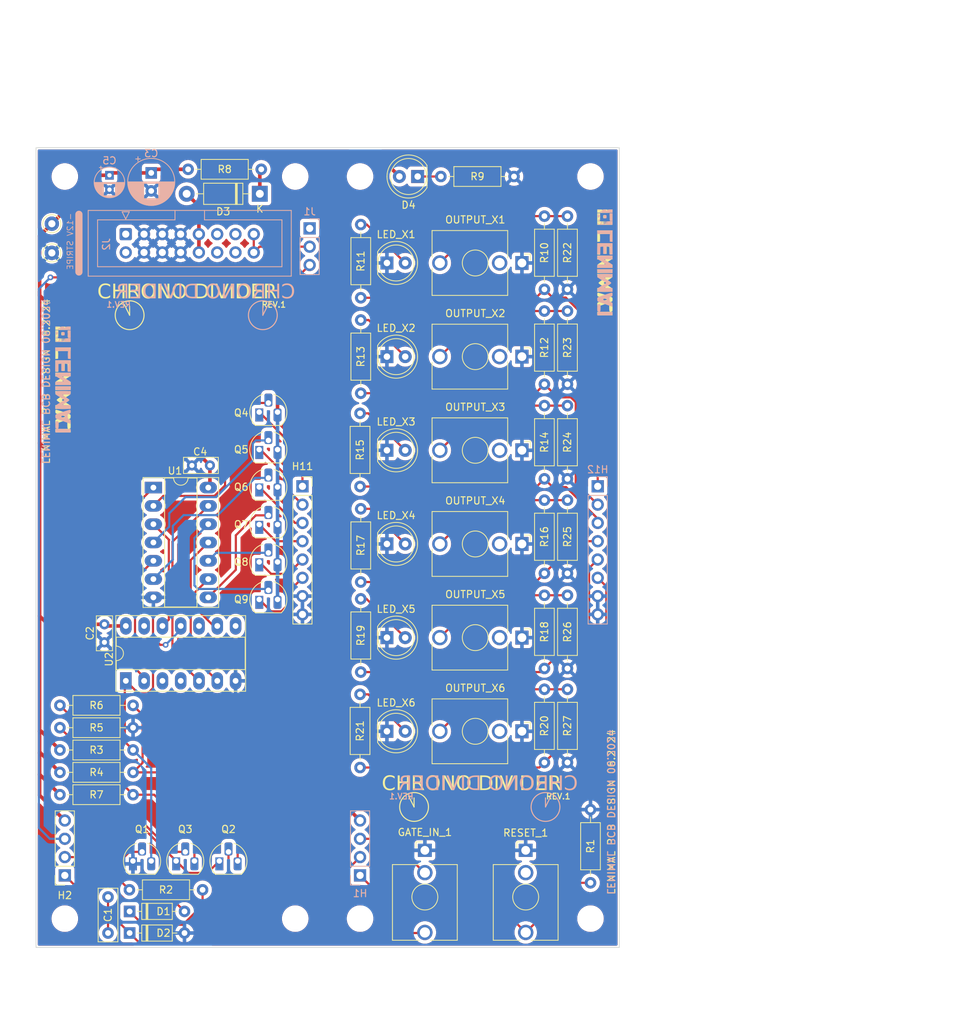
<source format=kicad_pcb>
(kicad_pcb (version 20240108) (generator "pcbnew") (generator_version "8.0")
  (layers (0 "F.Cu" signal) (31 "B.Cu" signal) (34 "B.Paste" user) (35 "F.Paste" user) (36 "B.SilkS" user "B.Silkscreen") (37 "F.SilkS" user "F.Silkscreen") (38 "B.Mask" user) (39 "F.Mask" user) (44 "Edge.Cuts" user))
  (net 0 "")
  (net 1 "+12V")
  (net 2 "GNDREF")
  (net 3 "Net-(D1-A)")
  (net 4 "Net-(D1-K)")
  (net 5 "Net-(D2-K)")
  (net 6 "Net-(D3-K)")
  (net 7 "Net-(D3-A)")
  (net 8 "Net-(Q1-C)")
  (net 9 "Net-(Q1-B)")
  (net 10 "Net-(Q2-C)")
  (net 11 "Net-(Q2-E)")
  (net 12 "Net-(Q3-B)")
  (net 13 "Net-(Q3-C)")
  (net 14 "Net-(H1A-Pin_1)")
  (net 15 "Net-(Q4-B)")
  (net 16 "Net-(D4-K)")
  (net 17 "Net-(Q5-B)")
  (net 18 "Net-(Q6-B)")
  (net 19 "Net-(H1C-Pin_3)")
  (net 20 "Net-(Q7-B)")
  (net 21 "Net-(Q8-B)")
  (net 22 "Net-(H2C-Pin_3)")
  (net 23 "Net-(Q9-B)")
  (net 24 "Net-(H1B-Pin_2)")
  (net 25 "Net-(H2A-Pin_1)")
  (net 26 "Net-(H11F-Pin_6)")
  (net 27 "Net-(H11B-Pin_2)")
  (net 29 "Net-(J1-Pin_2)")
  (net 36 "Net-(U2-Q3)")
  (net 37 "Net-(U2-Q4)")
  (net 38 "Net-(U2-Q0)")
  (net 39 "Net-(U2-Q2)")
  (net 40 "Net-(U2-Q1)")
  (net 43 "Net-(H11E-Pin_5)")
  (net 44 "Net-(H11C-Pin_3)")
  (net 45 "Net-(H11D-Pin_4)")
  (net 46 "Net-(H11A-Pin_3)")
  (net 47 "Net-(H12A-Pin_1)")
  (net 48 "Net-(H12E-Pin_5)")
  (net 49 "Net-(H12F-Pin_6)")
  (net 50 "Net-(H12B-Pin_2)")
  (net 51 "Net-(H12D-Pin_4)")
  (net 52 "Net-(H12C-Pin_3)")
  (net 53 "Net-(OUTPUT_X1-PadT)")
  (net 55 "Net-(OUTPUT_X2-PadT)")
  (net 57 "Net-(OUTPUT_X4-PadT)")
  (net 59 "Net-(LED_X3-A)")
  (net 60 "Net-(LED_X5-A)")
  (net 61 "Net-(LED_X6-A)")
  (net 62 "Net-(OUTPUT_X3-PadT)")
  (net 66 "Net-(LED_X1-A)")
  (net 67 "Net-(LED_X2-A)")
  (net 68 "Net-(LED_X4-A)")
  (net 69 "Net-(OUTPUT_X5-PadT)")
  (net 71 "Net-(OUTPUT_X6-PadT)")
  (footprint "MountingHole:MountingHole_3.2mm_M3" (layer "F.Cu") (at 54 54)
    (property "Reference" "H9" (hide yes))
    (property "Value" "MountingHole")
  )
  (footprint "Synth:R_Default (DIN0207)" (layer "F.Cu") (at 123.8 109.05 90)
    (property "Reference" "R25")
    (property "Value" "2.2K")
  )
  (footprint "MountingHole:MountingHole_3.2mm_M3" (layer "F.Cu") (at 95 54)
    (property "Reference" "H3" (hide yes))
    (property "Value" "MountingHole")
  )
  (footprint "Synth:R_Default (DIN0207)" (layer "F.Cu") (at 95.1 70.8 90)
    (property "Reference" "R11")
    (property "Value" "470R")
  )
  (footprint "Synth:LED_D5.0mm (center Aligned)" (layer "F.Cu") (at 100 92)
    (property "Reference" "LED_X3")
    (property "Value" "LED")
  )
  (footprint "Synth:Jack_3.5mm_QingPu_WQP-PJ398SM_Vertical_CircularHoles" (layer "F.Cu") (at 111 66 -90)
    (property "Reference" "OUTPUT_X1")
    (property "Value" "X1_OUPUT")
  )
  (footprint "Synth:Jack_3.5mm_QingPu_WQP-PJ398SM_Vertical_CircularHoles" (layer "F.Cu") (at 111 131 -90)
    (property "Reference" "OUTPUT_X6")
    (property "Value" "X32_OUTPUT")
  )
  (footprint "Synth:R_Default (DIN0207)" (layer "F.Cu") (at 120.6 95.93 90)
    (property "Reference" "R14")
    (property "Value" "1K")
  )
  (footprint "Package_TO_SOT_THT:TO-92_HandSolder" (layer "F.Cu") (at 81 112.7)
    (property "Reference" "Q9")
    (property "Value" "2N3904")
  )
  (footprint "Synth:Jack_3.5mm_QingPu_WQP-PJ398SM_Vertical_CircularHoles" (layer "F.Cu") (at 111 118 -90)
    (property "Reference" "OUTPUT_X5")
    (property "Value" "X16_OUTPUT")
  )
  (footprint "Synth:R_Default (DIN0207)" (layer "F.Cu") (at 123.8 69.63 90)
    (property "Reference" "R22")
    (property "Value" "2.2K")
  )
  (footprint "Package_DIP:DIP-14_W7.62mm_Socket_LongPads" (layer "F.Cu") (at 62.475 124 90)
    (property "Reference" "U2")
    (property "Value" "4024")
  )
  (footprint "Package_TO_SOT_THT:TO-92_HandSolder" (layer "F.Cu") (at 63.46 149)
    (property "Reference" "Q1")
    (property "Value" "2N3904")
  )
  (footprint "Synth:R_Default (DIN0207)" (layer "F.Cu") (at 53.35 139.8)
    (property "Reference" "R7")
    (property "Value" "1K")
  )
  (footprint "Synth:C_RECT_WIMA_0.1uF" (layer "F.Cu") (at 60 159 90)
    (property "Reference" "C1")
    (property "Value" "10nF")
  )
  (footprint "Package_TO_SOT_THT:TO-92_HandSolder" (layer "F.Cu") (at 81 91.9)
    (property "Reference" "Q5")
    (property "Value" "2N3904")
  )
  (footprint "Package_TO_SOT_THT:TO-92_HandSolder" (layer "F.Cu") (at 81 86.7)
    (property "Reference" "Q4")
    (property "Value" "2N3904")
  )
  (footprint "Package_TO_SOT_THT:TO-92_HandSolder" (layer "F.Cu") (at 81 102.3)
    (property "Reference" "Q7")
    (property "Value" "2N3904")
  )
  (footprint "Synth:Jack_3.5mm_QingPu_WQP-PJ398SM_Vertical_CircularHoles" (layer "F.Cu") (at 104 154)
    (property "Reference" "GATE_IN_1")
    (property "Value" "GATE_IN")
  )
  (footprint "Synth:R_Default (DIN0207)" (layer "F.Cu") (at 127 152 90)
    (property "Reference" "R1")
    (property "Value" "100R")
  )
  (footprint "Synth:PinSocket_1x04_P2.54mm_Vertical" (layer "F.Cu") (at 54 151 180)
    (property "Reference" "H2")
    (property "Value" "H6")
  )
  (footprint "Synth:R_Default (DIN0207)" (layer "F.Cu") (at 95.1 110.25 90)
    (property "Reference" "R17")
    (property "Value" "470R")
  )
  (footprint "Synth:D_DO-35_SOD27_P7.62mm_Horizontal" (layer "F.Cu") (at 63 159)
    (property "Reference" "D2")
    (property "Value" "1N4148")
  )
  (footprint "Synth:lenimal_logo_full" (layer "F.Cu") (at 129 66 -90)
    (property "Reference" "G***" (hide yes))
    (property "Value" "LOGO" (hide yes))
  )
  (footprint "MountingHole:MountingHole_3.2mm_M3" (layer "F.Cu") (at 95 157)
    (property "Reference" "H8" (hide yes))
    (property "Value" "MountingHole")
  )
  (footprint "Synth:Jack_3.5mm_QingPu_WQP-PJ398SM_Vertical_CircularHoles" (layer "F.Cu") (at 111 105 -90)
    (property "Reference" "OUTPUT_X4")
    (property "Value" "X8_OUTPUT")
  )
  (footprint "Synth:LED_D5.0mm (center Aligned)" (layer "F.Cu") (at 100 66)
    (property "Reference" "LED_X1")
    (property "Value" "LED")
  )
  (footprint "Connector_Pin:Pin_D1.0mm_L10.0mm" (layer "F.Cu") (at 52.2 60.55)
    (property "Reference" "TP1" (hide yes))
    (property "Value" "+12V")
  )
  (footprint "Package_DIP:DIP-14_W7.62mm_Socket_LongPads" (layer "F.Cu") (at 66.3 97.175)
    (property "Reference" "U1")
    (property "Value" "4069")
  )
  (footprint "Synth:R_Default (DIN0207)" (layer "F.Cu") (at 95 97 90)
    (property "Reference" "R15")
    (property "Value" "470R")
  )
  (footprint "Synth:R_Default (DIN0207)" (layer "F.Cu") (at 95.1 122.75 90)
    (property "Reference" "R19")
    (property "Value" "470R")
  )
  (footprint "Synth:LED_D5.0mm (center Aligned)" (layer "F.Cu") (at 100 79)
    (property "Reference" "LED_X2")
    (property "Value" "LED")
  )
  (footprint "Synth:R_Default (DIN0207)" (layer "F.Cu") (at 120.6 69.63 90)
    (property "Reference" "R10")
    (property "Value" "1K")
  )
  (footprint "Synth:R_Default (DIN0207)" (layer "F.Cu") (at 120.6 109.05 90)
    (property "Reference" "R16")
    (property "Value" "1K")
  )
  (footprint "Synth:R_Default (DIN0207)" (layer "F.Cu") (at 81.25 53 180)
    (property "Reference" "R8")
    (property "Value" "10R")
  )
  (footprint "Synth:LED_D5.0mm (center Aligned)" (layer "F.Cu") (at 101.73 54 180)
    (property "Reference" "D4")
    (property "Value" "LED")
  )
  (footprint "Synth:Jack_3.5mm_QingPu_WQP-PJ398SM_Vertical_CircularHoles" (layer "F.Cu") (at 111 92 -90)
    (property "Reference" "OUTPUT_X3")
    (property "Value" "X4_OUTPUT")
  )
  (footprint "Diode_THT:D_DO-41_SOD81_P10.16mm_Horizontal" (layer "F.Cu") (at 81.08 56.4 180)
    (property "Reference" "D3")
    (property "Value" "1N5819")
  )
  (footprint "MountingHole:MountingHole_3.2mm_M3" (layer "F.Cu") (at 86 54)
    (property "Reference" "H4" (hide yes))
    (property "Value" "MountingHole")
  )
  (footprint "Synth:R_Default (DIN0207)" (layer "F.Cu") (at 53.35 127.4)
    (property "Reference" "R6")
    (property "Value" "10K")
  )
  (footprint "Synth:R_Default (DIN0207)" (layer "F.Cu") (at 123.8 135.3 90)
    (property "Reference" "R27")
    (property "Value" "2.2K")
  )
  (footprint "Synth:R_Default (DIN0207)" (layer "F.Cu") (at 63 153)
    (property "Reference" "R2")
    (property "Value" "47K")
  )
  (footprint "Capacitor_THT:C_Rect_L4.6mm_W2.0mm_P2.50mm_MKS02_FKP02" (layer "F.Cu") (at 59.5 116.15 -90)
    (property "Reference" "C2")
    (property "Value" "0.1uF")
  )
  (footprint "Synth:LED_D5.0mm (center Aligned)" (layer "F.Cu") (at 100 118)
    (property "Reference" "LED_X5")
    (property "Value" "LED")
  )
  (footprint "Synth:R_Default (DIN0207)" (layer "F.Cu") (at 53.35 136.7)
    (property "Reference" "R4")
    (property "Value" "2.2K")
  )
  (footprint "Synth:R_Default (DIN0207)" (layer "F.Cu") (at 95.1 84.05 90)
    (property "Reference" "R13")
    (property "Value" "470R")
  )
  (footprint "Package_TO_SOT_THT:TO-92_HandSolder" (layer "F.Cu") (at 75.46 149)
    (property "Reference" "Q2")
    (property "Value" "2N3904")
  )
  (footprint "Capacitor_THT:C_Rect_L4.6mm_W2.0mm_P2.50mm_MKS02_FKP02" (layer "F.Cu") (at 74.15 94.1 180)
    (property "Reference" "C4")
    (property "Value" "0.1uF")
  )
  (footprint "MountingHole:MountingHole_3.2mm_M3" (layer "F.Cu") (at 86 157)
    (property "Reference" "H7" (hide yes))
    (property "Value" "MountingHole")
  )
  (footprint "Synth:LED_D5.0mm (center Aligned)" (layer "F.Cu") (at 100 105)
    (property "Reference" "LED_X4")
    (property "Value" "LED")
  )
  (footprint "Synth:Jack_3.5mm_QingPu_WQP-PJ398SM_Vertical_CircularHoles" (layer "F.Cu") (at 118 154)
    (property "Reference" "RESET_1")
    (property "Value" "RESET")
  )
  (footprint "Synth:PinSocket_1x08_P2.54mm_Vertical" (layer "F.Cu") (at 87 97)
    (property "Reference" "H11")
    (property "Value" "H4")
  )
  (footprint "Synth:R_Default (DIN0207)" (layer "F.Cu") (at 53.35 130.5)
    (property "Reference" "R5")
    (property "Value" "100R")
  )
  (footprint "Package_TO_SOT_THT:TO-92_HandSolder" (layer "F.Cu") (at 81 97.1)
    (property "Reference" "Q6")
    (property "Value" "2N3904")
  )
  (footprint "Synth:R_Default (DIN0207)" (layer "F.Cu") (at 53.35 133.6)
    (property "Reference" "R3")
    (property "Value" "10K")
  )
  (footprint "MountingHole:MountingHole_3.2mm_M3" (layer "F.Cu") (at 127 157)
    (property "Reference" "H6" (hide yes))
    (property "Value" "MountingHole")
  )
  (footprint "MountingHole:MountingHole_3.2mm_M3" (layer "F.Cu") (at 54 157)
    (property "Reference" "H5" (hide yes))
    (property "Value" "MountingHole")
  )
  (footprint "Synth:D_DO-35_SOD27_P7.62mm_Horizontal" (layer "F.Cu") (at 63 156)
    (property "Reference" "D1")
    (property "Value" "1N4148")
  )
  (footprint "Synth:R_Default (DIN0207)" (layer "F.Cu") (at 120.6 122.25 90)
    (property "Reference" "R18")
    (property "Value" "1K")
  )
  (footprint "Package_TO_SOT_THT:TO-92_HandSolder" (layer "F.Cu") (at 69.46 149)
    (property "Reference" "Q3")
    (property "Value" "2N3904")
  )
  (footprint "Package_TO_SOT_THT:TO-92_HandSolder" (layer "F.Cu") (at 81 107.5)
    (property "Reference" "Q8")
    (property "Value" "2N3904")
  )
  (footprint "Synth:R_Default (DIN0207)" (layer "F.Cu") (at 120.6 135.3 90)
    (property "Reference" "R20")
    (property "Value" "1K")
  )
  (footprint "Synth:R_Default (DIN0207)" (layer "F.Cu") (at 123.8 95.93 90)
    (property "Reference" "R24")
    (property "Value" "2.2K")
  )
  (footprint "Synth:R_Default (DIN0207)" (layer "F.Cu") (at 116.35 54 180)
    (property "Reference" "R9")
    (property "Value" "470R")
  )
  (footprint "Synth:lenimal_logo_full" (layer "F.Cu") (at 53.75 82.25 -90)
    (property "Reference" "G***" (hide yes))
    (property "Value" "LOGO" (hide yes))
  )
  (footprint "MountingHole:MountingHole_3.2mm_M3" (layer "F.Cu") (at 127 54)
    (property "Reference" "H10" (hide yes))
    (property "Value" "MountingHole")
  )
  (footprint "Synth:R_Default (DIN0207)" (layer "F.Cu") (at 120.6 82.8 90)
    (property "Reference" "R12")
    (property "Value" "1K")
  )
  (footprint "Connector_Pin:Pin_D1.0mm_L10.0mm" (layer "F.Cu") (at 52.2 64.6)
    (property "Reference" "TP2" (hide yes))
    (property "Value" "GND")
  )
  (footprint "Synth:R_Default (DIN0207)" (layer "F.Cu") (at 123.8 122.25 90)
    (property "Reference" "R26")
    (property "Value" "2.2K")
  )
  (footprint "Synth:LED_D5.0mm (center Aligned)" (layer "F.Cu") (at 100 131)
    (property "Reference" "LED_X6")
    (property "Value" "LED")
  )
  (footprint "Synth:R_Default (DIN0207)" (layer "F.Cu") (at 123.8 82.8 90)
    (property "Reference" "R23")
    (property "Value" "2.2K")
  )
  (footprint "Synth:Jack_3.5mm_QingPu_WQP-PJ398SM_Vertical_CircularHoles" (layer "F.Cu") (at 111 79 -90)
    (property "Reference" "OUTPUT_X2")
    (property "Value" "X2_OUTPUT")
  )
  (footprint "Synth:R_Default (DIN0207)" (layer "F.Cu") (at 95 136 90)
    (property "Reference" "R21")
    (property "Value" "470R")
  )
  (footprint "Synth:PinHeader_1x08_P2.54mm_Vertical" (layer "B.Cu") (at 128 97 180)
    (property "Reference" "H12")
    (property "Value" "H2")
  )
  (footprint "Synth:lenimal_logo_full" (layer "B.Cu") (at 53.75 82.25 -90)
    (property "Reference" "G***" (hide yes))
    (property "Value" "LOGO" (hide yes))
  )
  (footprint "Synth:PinHeader_1x04_P2.54mm_Vertical" (layer "B.Cu") (at 95 151)
    (property "Reference" "H1")
    (property "Value" "H5")
  )
  (footprint "Synth:lenimal_logo_full" (layer "B.Cu") (at 129 66 -90)
    (property "Reference" "G***" (hide yes))
    (property "Value" "LOGO" (hide yes))
  )
  (footprint "Capacitor_THT:CP_Radial_D4.0mm_P2.00mm" (layer "B.Cu") (at 60.2 53.827401 -90)
    (property "Reference" "C5")
    (property "Value" "0.1uF")
  )
  (footprint "Capacitor_THT:CP_Radial_D6.3mm_P2.50mm" (layer "B.Cu") (at 66 53.5 -90)
    (property "Reference" "C3")
    (property "Value" "47uF")
  )
  (footprint "Connector_PinHeader_2.54mm:PinHeader_1x03_P2.54mm_Vertical" (layer "B.Cu") (at 88 61.2 180)
    (property "Reference" "J1")
    (property "Value" "Conn_01x03_Pin")
  )
  (footprint "Synth:IDC-Header_2x08_P2.54mm_Vertical" (layer "B.Cu") (at 62.46 62 -90)
    (property "Reference" "J2")
    (property "Value" "PWR")
  )
  (gr_line (start 120.75 140.25) (end 120.75 141.5) (stroke (width 0.15)) (layer "B.SilkS"))
  (gr_line (start 121.5 140) (end 120.75 141.5) (stroke (width 0.15)) (layer "B.SilkS"))
  (gr_circle (center 81.5 73.25) (end 79.5 73.25) (stroke (width 0.15)) (fill none) (layer "B.SilkS"))
  (gr_line (start 82.25 71.75) (end 81.5 73.25) (stroke (width 0.15)) (layer "B.SilkS"))
  (gr_circle (center 120.75 141.5) (end 118.75 141.5) (stroke (width 0.15)) (fill none) (layer "B.SilkS"))
  (gr_line (start 81.5 72) (end 81.5 73.25) (stroke (width 0.15)) (layer "B.SilkS"))
  (gr_line (start 63 73.25) (end 62.25 71.75) (stroke (width 0.15)) (layer "F.SilkS"))
  (gr_line (start 102.5 141.5) (end 101.75 140) (stroke (width 0.15)) (layer "F.SilkS"))
  (gr_line (start 63 73.25) (end 63 72) (stroke (width 0.15)) (layer "F.SilkS"))
  (gr_line (start 102.5 141.5) (end 102.5 140.25) (stroke (width 0.15)) (layer "F.SilkS"))
  (gr_circle (center 63 73.25) (end 65 73.25) (stroke (width 0.15)) (fill none) (layer "F.SilkS"))
  (gr_circle (center 102.5 141.5) (end 104.5 141.5) (stroke (width 0.15)) (fill none) (layer "F.SilkS"))
  (gr_rect (start 50 50) (end 131 161) (stroke (width 0.1)) (fill none) (layer "Edge.Cuts"))
  (gr_text "CHRONO DIVIDER" (at 86 71.25 -0) (layer "B.SilkS") (effects (font (size 2 2)) (justify left bottom mirror)))
  (gr_text "LENIMAL PCB DESIGN 06.2024" (at 129.25 153.75 -90) (layer "B.SilkS") (effects (font (size 1 1)) (justify left bottom mirror)))
  (gr_text "REV.1" (at 102.5 140.5 -0) (layer "B.SilkS") (effects (font (size 0.8 0.8)) (justify left bottom mirror)))
  (gr_text "REV.1" (at 63.25 72.25 -0) (layer "B.SilkS") (effects (font (size 0.8 0.8)) (justify left bottom mirror)))
  (gr_text "CHRONO DIVIDER" (at 125.25 139.5 -0) (layer "B.SilkS") (effects (font (size 2 2)) (justify left bottom mirror)))
  (gr_text "LENIMAL PCB DESIGN 06.2024" (at 50.75 94 -90) (layer "B.SilkS") (effects (font (size 1 1)) (justify left bottom mirror)))
  (gr_text "REV.1" (at 120.75 140.5 0) (layer "F.SilkS") (effects (font (size 0.8 0.8)) (justify left bottom)))
  (gr_text "LENIMAL PCB DESIGN 06.2024" (at 130.5 153.75 90) (layer "F.SilkS") (effects (font (size 1 1)) (justify left bottom)))
  (gr_text "CHRONO DIVIDER" (at 58.5 71.25 0) (layer "F.SilkS") (effects (font (size 2 2)) (justify left bottom)))
  (gr_text "LENIMAL PCB DESIGN 06.2024" (at 52 94 90) (layer "F.SilkS") (effects (font (size 1 1)) (justify left bottom)))
  (gr_text "REV.1" (at 81.25 72.25 0) (layer "F.SilkS") (effects (font (size 0.8 0.8)) (justify left bottom)))
  (gr_text "CHRONO DIVIDER" (at 98 139.5 0) (layer "F.SilkS") (effects (font (size 2 2)) (justify left bottom)))
  (segment (start 50.52 137) (end 50.5 137) (width 0.5) (layer "F.Cu") (net 1))
  (segment (start 50.5 70.5) (end 50.5 70) (width 0.5) (layer "F.Cu") (net 1))
  (segment (start 53.32 133.6) (end 50.72 131) (width 0.5) (layer "F.Cu") (net 1))
  (segment (start 52 72) (end 50.5 70.5) (width 0.5) (layer "F.Cu") (net 1))
  (segment (start 71.12 53) (end 66.5 53) (width 0.5) (layer "F.Cu") (net 1))
  (segment (start 72.05 92) (end 51.5 92) (width 0.5) (layer "F.Cu") (net 1))
  (segment (start 83.54 75.54) (end 80 72) (width 0.5) (layer "F.Cu") (net 1))
  (segment (start 74.15 94.1) (end 74.15 96.945) (width 0.5) (layer "F.Cu") (net 1))
  (segment (start 50.5 70) (end 50.5 62.25) (width 0.5) (layer "F.Cu") (net 1))
  (segment (start 92 140.38) (end 95 143.38) (width 0.5) (layer "F.Cu") (net 1))
  (segment (start 54 143.38) (end 50.5 139.88) (width 0.5) (layer "F.Cu") (net 1))
  (segment (start 50.72 131) (end 50.5 131) (width 0.5) (layer "F.Cu") (net 1))
  (segment (start 74.15 96.945) (end 73.92 97.175) (width 0.5) (layer "F.Cu") (net 1))
  (segment (start 83.54 86.7) (end 83.54 75.54) (width 0.5) (layer "F.Cu") (net 1))
  (segment (start 97.46 51) (end 94 51) (width 0.5) (layer "F.Cu") (net 1))
  (segment (start 94 51) (end 92 53) (width 0.5) (layer "F.Cu") (net 1))
  (segment (start 53.32 136.7) (end 50.62 134) (width 0.5) (layer "F.Cu") (net 1))
  (segment (start 51.65 116.15) (end 50.5 115) (width 0.5) (layer "F.Cu") (net 1))
  (segment (start 58.922599 53.827401) (end 52.2 60.55) (width 0.5) (layer "F.Cu") (net 1))
  (segment (start 53.32 139.8) (end 50.52 137) (width 0.5) (layer "F.Cu") (net 1))
  (segment (start 59.73 116.38) (end 59.5 116.15) (width 0.5) (layer "F.Cu") (net 1))
  (segment (start 51.5 92) (end 50.5 91) (width 0.5) (layer "F.Cu") (net 1))
  (segment (start 100.46 54) (end 97.46 51) (width 0.5) (layer "F.Cu") (net 1))
  (segment (start 50.5 131) (end 50.5 115) (width 0.5) (layer "F.Cu") (net 1))
  (segment (start 50.5 62.25) (end 52.2 60.55) (width 0.5) (layer "F.Cu") (net 1))
  (segment (start 66 53.5) (end 60.527401 53.5) (width 0.5) (layer "F.Cu") (net 1))
  (segment (start 50.62 134) (end 50.5 134) (width 0.5) (layer "F.Cu") (net 1))
  (segment (start 80 72) (end 52 72) (width 0.5) (layer "F.Cu") (net 1))
  (segment (start 62.475 116.38) (end 59.73 116.38) (width 0.5) (layer "F.Cu") (net 1))
  (segment (start 50.5 139.88) (end 50.5 137) (width 0.5) (layer "F.Cu") (net 1))
  (segment (start 50.5 115) (end 50.5 91) (width 0.5) (layer "F.Cu") (net 1))
  (segment (start 66.5 53) (end 66 53.5) (width 0.5) (layer "F.Cu") (net 1))
  (segment (start 50.5 137) (end 50.5 134) (width 0.5) (layer "F.Cu") (net 1))
  (segment (start 50.5 134) (end 50.5 131) (width 0.5) (layer "F.Cu") (net 1))
  (segment (start 74.15 94.1) (end 72.05 92) (width 0.5) (layer "F.Cu") (net 1))
  (segment (start 60.527401 53.5) (end 60.2 53.827401) (width 0.5) (layer "F.Cu") (net 1))
  (segment (start 50.5 91) (end 50.5 70) (width 0.5) (layer "F.Cu") (net 1))
  (segment (start 60.2 53.827401) (end 58.922599 53.827401) (width 0.5) (layer "F.Cu") (net 1))
  (segment (start 92 53) (end 92 140.38) (width 0.5) (layer "F.Cu") (net 1))
  (segment (start 59.5 116.15) (end 51.65 116.15) (width 0.5) (layer "F.Cu") (net 1))
  (segment (start 83.54 107.5) (end 83.54 112.7) (width 0.5) (layer "B.Cu") (net 1))
  (segment (start 83.54 102.3) (end 83.54 107.5) (width 0.5) (layer "B.Cu") (net 1))
  (segment (start 83.54 97.1) (end 83.54 102.3) (width 0.5) (layer "B.Cu") (net 1))
  (segment (start 83.54 91.9) (end 83.54 97.1) (width 0.5) (layer "B.Cu") (net 1))
  (segment (start 83.54 86.7) (end 83.54 91.9) (width 0.5) (layer "B.Cu") (net 1))
  (segment (start 69.12 154.5) (end 62.5 154.5) (width 0.3) (layer "F.Cu") (net 3))
  (segment (start 70.62 156) (end 69.12 154.5) (width 0.3) (layer "F.Cu") (net 3))
  (segment (start 56.46 148.46) (end 54 148.46) (width 0.3) (layer "F.Cu") (net 3))
  (segment (start 62.5 154.5) (end 56.46 148.46) (width 0.3) (layer "F.Cu") (net 3))
  (segment (start 63 156) (end 64.85 157.85) (width 0.3) (layer "F.Cu") (net 4))
  (segment (start 64.85 157.85) (end 70.396346 157.85) (width 0.3) (layer "F.Cu") (net 4))
  (segment (start 73.13 155.116346) (end 73.13 153) (width 0.3) (layer "F.Cu") (net 4))
  (segment (start 70.396346 157.85) (end 73.13 155.116346) (width 0.3) (layer "F.Cu") (net 4))
  (segment (start 60 154) (end 60 156) (width 0.3) (layer "F.Cu") (net 5))
  (segment (start 73.6 160.4) (end 64.4 160.4) (width 0.3) (layer "F.Cu") (net 5))
  (segment (start 64.4 160.4) (end 63 159) (width 0.3) (layer "F.Cu") (net 5))
  (segment (start 60 156) (end 63 159) (width 0.3) (layer "F.Cu") (net 5))
  (segment (start 76.73 157.27) (end 73.6 160.4) (width 0.3) (layer "F.Cu") (net 5))
  (segment (start 76.73 147.73) (end 76.73 157.27) (width 0.3) (layer "F.Cu") (net 5))
  (segment (start 81.08 53.2) (end 81.28 53) (width 0.5) (layer "F.Cu") (net 6))
  (segment (start 81.08 56.4) (end 81.08 53.2) (width 0.5) (layer "F.Cu") (net 6))
  (segment (start 72.62 62) (end 72.62 58.1) (width 0.5) (layer "F.Cu") (net 7))
  (segment (start 72.62 58.1) (end 70.92 56.4) (width 0.5) (layer "F.Cu") (net 7))
  (segment (start 72.62 62) (end 72.62 64.54) (width 0.5) (layer "F.Cu") (net 7))
  (segment (start 63.75 99.725) (end 66.3 97.175) (width 0.3) (layer "F.Cu") (net 8))
  (segment (start 66.25 121.25) (end 63.75 118.75) (width 0.3) (layer "F.Cu") (net 8))
  (segment (start 62.475 124) (end 64.225 125.75) (width 0.3) (layer "F.Cu") (net 8))
  (segment (start 63.75 118.75) (end 63.75 99.725) (width 0.3) (layer "F.Cu") (net 8))
  (segment (start 66.25 125) (end 66.25 121.25) (width 0.3) (layer "F.Cu") (net 8))
  (segment (start 62.33 124.145) (end 62.475 124) (width 0.3) (layer "F.Cu") (net 8))
  (segment (start 64.225 125.75) (end 65.5 125.75) (width 0.3) (layer "F.Cu") (net 8))
  (segment (start 62.33 132.45) (end 62.33 124.145) (width 0.3) (layer "F.Cu") (net 8))
  (segment (start 63.48 133.6) (end 62.33 132.45) (width 0.3) (layer "F.Cu") (net 8))
  (segment (start 65.5 125.75) (end 66.25 125) (width 0.3) (layer "F.Cu") (net 8))
  (segment (start 66 149) (end 66 136.12) (width 0.3) (layer "B.Cu") (net 8))
  (segment (start 66 136.12) (end 63.48 133.6) (width 0.3) (layer "B.Cu") (net 8))
  (segment (start 62 152.03) (end 62.97 153) (width 0.3) (layer "F.Cu") (net 9))
  (segment (start 62.98 147.73) (end 62 148.71) (width 0.3) (layer "F.Cu") (net 9))
  (segment (start 64.73 147.73) (end 62.98 147.73) (width 0.3) (layer "F.Cu") (net 9))
  (segment (start 62 148.71) (end 62 152.03) (width 0.3) (layer "F.Cu") (net 9))
  (segment (start 64.8 135.38) (end 63.48 136.7) (width 0.3) (layer "F.Cu") (net 10))
  (segment (start 63.48 127.4) (end 64.8 128.72) (width 0.3) (layer "F.Cu") (net 10))
  (segment (start 78 146) (end 68.7 136.7) (width 0.3) (layer "F.Cu") (net 10))
  (segment (start 78 149) (end 78 146) (width 0.3) (layer "F.Cu") (net 10))
  (segment (start 68.7 136.7) (end 63.48 136.7) (width 0.3) (layer "F.Cu") (net 10))
  (segment (start 64.8 128.72) (end 64.8 135.38) (width 0.3) (layer "F.Cu") (net 10))
  (segment (start 71.11 150.65) (end 69.46 149) (width 0.3) (layer "F.Cu") (net 11))
  (segment (start 73.81 150.65) (end 71.11 150.65) (width 0.3) (layer "F.Cu") (net 11))
  (segment (start 53.32 130.5) (end 56 133.18) (width 0.3) (layer "F.Cu") (net 11))
  (segment (start 75.46 149) (end 73.81 150.65) (width 0.3) (layer "F.Cu") (net 11))
  (segment (start 56 133.18) (end 56 135.54) (width 0.3) (layer "F.Cu") (net 11))
  (segment (start 56 135.54) (end 69.46 149) (width 0.3) (layer "F.Cu") (net 11))
  (segment (start 56.5 130.58) (end 56.5 135.332894) (width 0.3) (layer "F.Cu") (net 12))
  (segment (start 56.5 135.332894) (end 68.897106 147.73) (width 0.3) (layer "F.Cu") (net 12))
  (segment (start 68.897106 147.73) (end 70.73 147.73) (width 0.3) (layer "F.Cu") (net 12))
  (segment (start 53.32 127.4) (end 56.5 130.58) (width 0.3) (layer "F.Cu") (net 12))
  (segment (start 60.75 122.5) (end 61.75 121.5) (width 0.3) (layer "F.Cu") (net 13))
  (segment (start 63.48 139.8) (end 66.4 139.8) (width 0.3) (layer "F.Cu") (net 13))
  (segment (start 65.015 123.515) (end 65.015 124) (width 0.3) (layer "F.Cu") (net 13))
  (segment (start 63 121.5) (end 65.015 123.515) (width 0.3) (layer "F.Cu") (net 13))
  (segment (start 61.75 121.5) (end 63 121.5) (width 0.3) (layer "F.Cu") (net 13))
  (segment (start 66.4 139.8) (end 72 145.4) (width 0.3) (layer "F.Cu") (net 13))
  (segment (start 72 145.4) (end 72 149) (width 0.3) (layer "F.Cu") (net 13))
  (segment (start 60.75 137.07) (end 60.75 122.5) (width 0.3) (layer "F.Cu") (net 13))
  (segment (start 63.48 139.8) (end 60.75 137.07) (width 0.3) (layer "F.Cu") (net 13))
  (segment (start 124.89 152.03) (end 118 158.92) (width 0.3) (layer "F.Cu") (net 14))
  (segment (start 115.33 156.25) (end 118 158.92) (width 0.3) (layer "F.Cu") (net 14))
  (segment (start 100.25 156.25) (end 115.33 156.25) (width 0.3) (layer "F.Cu") (net 14))
  (segment (start 95 151) (end 100.25 156.25) (width 0.3) (layer "F.Cu") (net 14))
  (segment (start 127 152.03) (end 124.89 152.03) (width 0.3) (layer "F.Cu") (net 14))
  (segment (start 74.796346 98.325) (end 76.25 96.871346) (width 0.3) (layer "F.Cu") (net 15))
  (segment (start 66.3 99.715) (end 67.69 98.325) (width 0.3) (layer "F.Cu") (net 15))
  (segment (start 76.25 88) (end 78.82 85.43) (width 0.3) (layer "F.Cu") (net 15))
  (segment (start 76.25 96.871346) (end 76.25 88) (width 0.3) (layer "F.Cu") (net 15))
  (segment (start 67.69 98.325) (end 74.796346 98.325) (width 0.3) (layer "F.Cu") (net 15))
  (segment (start 78.82 85.43) (end 82.27 85.43) (width 0.3) (layer "F.Cu") (net 15))
  (segment (start 103 54) (end 106.22 54) (width 0.3) (layer "F.Cu") (net 16))
  (segment (start 80.1 93.4) (end 75 98.5) (width 0.3) (layer "B.Cu") (net 17))
  (segment (start 68.5 100.75) (end 68.5 102.595) (width 0.3) (layer "B.Cu") (net 17))
  (segment (start 80.52 90.63) (end 80.1 91.05) (width 0.3) (layer "B.Cu") (net 17))
  (segment (start 82.27 90.63) (end 80.52 90.63) (width 0.3) (layer "B.Cu") (net 17))
  (segment (start 68.5 102.595) (end 66.3 104.795) (width 0.3) (layer "B.Cu") (net 17))
  (segment (start 75 98.5) (end 70.75 98.5) (width 0.3) (layer "B.Cu") (net 17))
  (segment (start 70.75 98.5) (end 68.5 100.75) (width 0.3) (layer "B.Cu") (net 17))
  (segment (start 80.1 91.05) (end 80.1 93.4) (width 0.3) (layer "B.Cu") (net 17))
  (segment (start 69 107.175) (end 69 102.5) (width 0.3) (layer "B.Cu") (net 18))
  (segment (start 75.25 101) (end 80.42 95.83) (width 0.3) (layer "B.Cu") (net 18))
  (segment (start 70.5 101) (end 75.25 101) (width 0.3) (layer "B.Cu") (net 18))
  (segment (start 66.3 109.875) (end 69 107.175) (width 0.3) (layer "B.Cu") (net 18))
  (segment (start 80.42 95.83) (end 82.27 95.83) (width 0.3) (layer "B.Cu") (net 18))
  (segment (start 69 102.5) (end 70.5 101) (width 0.3) (layer "B.Cu") (net 18))
  (segment (start 95 145.92) (end 99.22 145.92) (width 0.3) (layer "F.Cu") (net 19))
  (segment (start 99.22 145.92) (end 104 150.7) (width 0.3) (layer "F.Cu") (net 19))
  (segment (start 77.75 108.585) (end 77.75 103.8) (width 0.3) (layer "F.Cu") (net 20))
  (segment (start 80.52 101.03) (end 82.27 101.03) (width 0.3) (layer "F.Cu") (net 20))
  (segment (start 77.75 103.8) (end 80.52 101.03) (width 0.3) (layer "F.Cu") (net 20))
  (segment (start 73.92 112.415) (end 77.75 108.585) (width 0.3) (layer "F.Cu") (net 20))
  (segment (start 73.92 107.335) (end 75.025 106.23) (width 0.3) (layer "B.Cu") (net 21))
  (segment (start 75.025 106.23) (end 82.27 106.23) (width 0.3) (layer "B.Cu") (net 21))
  (segment (start 88 66.28) (end 86.28 68) (width 0.3) (layer "F.Cu") (net 22))
  (segment (start 86.28 68) (end 52 68) (width 0.3) (layer "F.Cu") (net 22))
  (via (at 52 68) (size 0.8) (drill 0.4) (layers "F.Cu" "B.Cu") (net 22))
  (segment (start 50.4 69.6) (end 50.4 144.4) (width 0.3) (layer "B.Cu") (net 22))
  (segment (start 52 68) (end 50.4 69.6) (width 0.3) (layer "B.Cu") (net 22))
  (segment (start 50.4 144.4) (end 51.92 145.92) (width 0.3) (layer "B.Cu") (net 22))
  (segment (start 51.92 145.92) (end 54 145.92) (width 0.3) (layer "B.Cu") (net 22))
  (segment (start 82.09 111.25) (end 82.27 111.43) (width 0.3) (layer "B.Cu") (net 23))
  (segment (start 72 110.75) (end 72.5 111.25) (width 0.3) (layer "B.Cu") (net 23))
  (segment (start 72 104.175) (end 72 110.75) (width 0.3) (layer "B.Cu") (net 23))
  (segment (start 73.92 102.255) (end 72 104.175) (width 0.3) (layer "B.Cu") (net 23))
  (segment (start 72.5 111.25) (end 82.09 111.25) (width 0.3) (layer "B.Cu") (net 23))
  (segment (start 95 148.46) (end 93 150.46) (width 0.3) (layer "F.Cu") (net 24))
  (segment (start 93 150.46) (end 93 151.6) (width 0.3) (layer "F.Cu") (net 24))
  (segment (start 100.4 159) (end 104 159) (width 0.3) (layer "F.Cu") (net 24))
  (segment (start 93 151.6) (end 100.4 159) (width 0.3) (layer "F.Cu") (net 24))
  (segment (start 60 159) (end 60 157) (width 0.3) (layer "F.Cu") (net 25))
  (segment (start 60 157) (end 54 151) (width 0.3) (layer "F.Cu") (net 25))
  (segment (start 84.081504 114.35) (end 84.991504 113.44) (width 0.3) (layer "F.Cu") (net 26))
  (segment (start 84.991504 111.708496) (end 87 109.7) (width 0.3) (layer "F.Cu") (net 26))
  (segment (start 81 112.7) (end 82.65 114.35) (width 0.3) (layer "F.Cu") (net 26))
  (segment (start 82.65 114.35) (end 84.081504 114.35) (width 0.3) (layer "F.Cu") (net 26))
  (segment (start 84.991504 113.44) (end 84.991504 111.708496) (width 0.3) (layer "F.Cu") (net 26))
  (segment (start 85 97.54) (end 87 99.54) (width 0.3) (layer "F.Cu") (net 27))
  (segment (start 81.15 91.9) (end 85 95.75) (width 0.3) (layer "F.Cu") (net 27))
  (segment (start 85 95.75) (end 85 97.54) (width 0.3) (layer "F.Cu") (net 27))
  (segment (start 81 91.9) (end 81.15 91.9) (width 0.3) (layer "F.Cu") (net 27))
  (segment (start 81.04 63.74) (end 80.24 64.54) (width 0.3) (layer "F.Cu") (net 29))
  (segment (start 88 63.74) (end 81.04 63.74) (width 0.3) (layer "F.Cu") (net 29))
  (segment (start 80.24 64.54) (end 80.24 62) (width 0.3) (layer "F.Cu") (net 29))
  (segment (start 75.175 124) (end 71.485 120.31) (width 0.3) (layer "F.Cu") (net 36))
  (segment (start 71.485 120.31) (end 71.485 107.23) (width 0.3) (layer "F.Cu") (net 36))
  (segment (start 71.485 107.23) (end 73.92 104.795) (width 0.3) (layer "F.Cu") (net 36))
  (segment (start 68.945 104.69) (end 73.92 99.715) (width 0.3) (layer "F.Cu") (net 37))
  (segment (start 72.635 124) (end 68.945 120.31) (width 0.3) (layer "F.Cu") (net 37))
  (segment (start 68.945 120.31) (end 68.945 104.69) (width 0.3) (layer "F.Cu") (net 37))
  (segment (start 67.555 116.38) (end 68.445 115.49) (width 0.3) (layer "F.Cu") (net 38))
  (segment (start 68.445 104.482893) (end 68.486446 104.441446) (width 0.3) (layer "F.Cu") (net 38))
  (segment (start 68.445 115.49) (end 68.445 104.482893) (width 0.3) (layer "F.Cu") (net 38))
  (segment (start 68.486446 104.441446) (end 66.3 102.255) (width 0.3) (layer "F.Cu") (net 38))
  (segment (start 75.175 116.38) (end 74.661346 116.38) (width 0.3) (layer "F.Cu") (net 39))
  (segment (start 71.985 111.81) (end 73.92 109.875) (width 0.3) (layer "F.Cu") (net 39))
  (segment (start 74.661346 116.38) (end 71.985 113.703654) (width 0.3) (layer "F.Cu") (net 39))
  (segment (start 71.985 113.703654) (end 71.985 111.81) (width 0.3) (layer "F.Cu") (net 39))
  (segment (start 64.365 109.27) (end 64.365 113.115) (width 0.3) (layer "F.Cu") (net 40))
  (segment (start 66.25 115) (end 66.25 118) (width 0.3) (layer "F.Cu") (net 40))
  (segment (start 67.25 119) (end 68 119) (width 0.3) (layer "F.Cu") (net 40))
  (segment (start 64.365 113.115) (end 66.25 115) (width 0.3) (layer "F.Cu") (net 40))
  (segment (start 66.25 118) (end 67.25 119) (width 0.3) (layer "F.Cu") (net 40))
  (segment (start 66.3 107.335) (end 64.365 109.27) (width 0.3) (layer "F.Cu") (net 40))
  (via (at 68 119) (size 0.8) (drill 0.4) (layers "F.Cu" "B.Cu") (net 40))
  (segment (start 68 119) (end 70.095 116.905) (width 0.3) (layer "B.Cu") (net 40))
  (segment (start 70.095 116.905) (end 70.095 116.38) (width 0.3) (layer "B.Cu") (net 40))
  (segment (start 81 107.5) (end 82.65 109.15) (width 0.3) (layer "F.Cu") (net 43))
  (segment (start 82.65 109.15) (end 85.01 109.15) (width 0.3) (layer "F.Cu") (net 43))
  (segment (start 85.01 109.15) (end 87 107.16) (width 0.3) (layer "F.Cu") (net 43))
  (segment (start 85.98 102.08) (end 87 102.08) (width 0.3) (layer "F.Cu") (net 44))
  (segment (start 81 97.1) (end 85.98 102.08) (width 0.3) (layer "F.Cu") (net 44))
  (segment (start 81 102.3) (end 83.32 104.62) (width 0.3) (layer "F.Cu") (net 45))
  (segment (start 83.32 104.62) (end 87 104.62) (width 0.3) (layer "F.Cu") (net 45))
  (segment (start 81 86.7) (end 87 92.7) (width 0.3) (layer "F.Cu") (net 46))
  (segment (start 87 92.7) (end 87 97) (width 0.3) (layer "F.Cu") (net 46))
  (segment (start 119.43 70.83) (end 120.6 69.66) (width 0.3) (layer "F.Cu") (net 47))
  (segment (start 128 75.243654) (end 123.566346 70.81) (width 0.3) (layer "F.Cu") (net 47))
  (segment (start 121.75 70.81) (end 120.6 69.66) (width 0.3) (layer "F.Cu") (net 47))
  (segment (start 128 97) (end 128 75.243654) (width 0.3) (layer "F.Cu") (net 47))
  (segment (start 123.566346 70.81) (end 121.75 70.81) (width 0.3) (layer "F.Cu") (net 47))
  (segment (start 95.1 70.83) (end 119.43 70.83) (width 0.3) (layer "F.Cu") (net 47))
  (segment (start 120.1 122.78) (end 120.6 122.28) (width 0.3) (layer "F.Cu") (net 48))
  (segment (start 128 107.16) (end 126.8 108.36) (width 0.3) (layer "F.Cu") (net 48))
  (segment (start 126.8 116.08) (end 120.6 122.28) (width 0.3) (layer "F.Cu") (net 48))
  (segment (start 95.1 122.78) (end 120.1 122.78) (width 0.3) (layer "F.Cu") (net 48))
  (segment (start 126.8 108.36) (end 126.8 116.08) (width 0.3) (layer "F.Cu") (net 48))
  (segment (start 129.2 110.9) (end 128 109.7) (width 0.3) (layer "F.Cu") (net 49))
  (segment (start 129.2 126.73) (end 129.2 110.9) (width 0.3) (layer "F.Cu") (net 49))
  (segment (start 120.6 135.33) (end 129.2 126.73) (width 0.3) (layer "F.Cu") (net 49))
  (segment (start 95 136.03) (end 119.9 136.03) (width 0.3) (layer "F.Cu") (net 49))
  (segment (start 119.9 136.03) (end 120.6 135.33) (width 0.3) (layer "F.Cu") (net 49))
  (segment (start 122.42 84.65) (end 120.6 82.83) (width 0.3) (layer "F.Cu") (net 50))
  (segment (start 124.95 85.323654) (end 124.276346 84.65) (width 0.3) (layer "F.Cu") (net 50))
  (segment (start 128 99.54) (end 124.95 96.49) (width 0.3) (layer "F.Cu") (net 50))
  (segment (start 119.35 84.08) (end 120.6 82.83) (width 0.3) (layer "F.Cu") (net 50))
  (segment (start 124.276346 84.65) (end 122.42 84.65) (width 0.3) (layer "F.Cu") (net 50))
  (segment (start 124.95 96.49) (end 124.95 85.323654) (width 0.3) (layer "F.Cu") (net 50))
  (segment (start 95.1 84.08) (end 119.35 84.08) (width 0.3) (layer "F.Cu") (net 50))
  (segment (start 128 104.62) (end 125.06 104.62) (width 0.3) (layer "F.Cu") (net 51))
  (segment (start 125.06 104.62) (end 120.6 109.08) (width 0.3) (layer "F.Cu") (net 51))
  (segment (start 119.4 110.28) (end 120.6 109.08) (width 0.3) (layer "F.Cu") (net 51))
  (segment (start 95.1 110.28) (end 119.4 110.28) (width 0.3) (layer "F.Cu") (net 51))
  (segment (start 95 97.03) (end 119.53 97.03) (width 0.3) (layer "F.Cu") (net 52))
  (segment (start 119.53 97.03) (end 120.6 95.96) (width 0.3) (layer "F.Cu") (net 52))
  (segment (start 128 102.08) (end 128 101.493654) (width 0.3) (layer "F.Cu") (net 52))
  (segment (start 121.75 97.11) (end 120.6 95.96) (width 0.3) (layer "F.Cu") (net 52))
  (segment (start 123.616346 97.11) (end 121.75 97.11) (width 0.3) (layer "F.Cu") (net 52))
  (segment (start 128 101.493654) (end 123.616346 97.11) (width 0.3) (layer "F.Cu") (net 52))
  (segment (start 120.6 59.5) (end 112.58 59.5) (width 0.3) (layer "F.Cu") (net 53))
  (segment (start 120.6 59.5) (end 123.8 59.5) (width 0.3) (layer "F.Cu") (net 53))
  (segment (start 112.58 59.5) (end 106.08 66) (width 0.3) (layer "F.Cu") (net 53))
  (segment (start 120.6 72.67) (end 112.41 72.67) (width 0.3) (layer "F.Cu") (net 55))
  (segment (start 112.41 72.67) (end 106.08 79) (width 0.3) (layer "F.Cu") (net 55))
  (segment (start 123.8 72.67) (end 120.6 72.67) (width 0.3) (layer "F.Cu") (net 55))
  (segment (start 120.6 98.92) (end 112.16 98.92) (width 0.3) (layer "F.Cu") (net 57))
  (segment (start 123.8 98.92) (end 120.6 98.92) (width 0.3) (layer "F.Cu") (net 57))
  (segment (start 112.16 98.92) (end 106.08 105) (width 0.3) (layer "F.Cu") (net 57))
  (segment (start 95 86.87) (end 96.14 86.87) (width 0.3) (layer "F.Cu") (net 59))
  (segment (start 96.14 86.87) (end 101.27 92) (width 0.3) (layer "F.Cu") (net 59))
  (segment (start 95.89 112.62) (end 101.27 118) (width 0.3) (layer "F.Cu") (net 60))
  (segment (start 95.1 112.62) (end 95.89 112.62) (width 0.3) (layer "F.Cu") (net 60))
  (segment (start 96.14 125.87) (end 101.27 131) (width 0.3) (layer "F.Cu") (net 61))
  (segment (start 95 125.87) (end 96.14 125.87) (width 0.3) (layer "F.Cu") (net 61))
  (segment (start 123.8 85.8) (end 120.6 85.8) (width 0.3) (layer "F.Cu") (net 62))
  (segment (start 120.6 85.8) (end 112.28 85.8) (width 0.3) (layer "F.Cu") (net 62))
  (segment (start 112.28 85.8) (end 106.08 92) (width 0.3) (layer "F.Cu") (net 62))
  (segment (start 95.94 60.67) (end 101.27 66) (width 0.3) (layer "F.Cu") (net 66))
  (segment (start 95.1 60.67) (end 95.94 60.67) (width 0.3) (layer "F.Cu") (net 66))
  (segment (start 96.19 73.92) (end 101.27 79) (width 0.3) (layer "F.Cu") (net 67))
  (segment (start 95.1 73.92) (end 96.19 73.92) (width 0.3) (layer "F.Cu") (net 67))
  (segment (start 96.39 100.12) (end 101.27 105) (width 0.3) (layer "F.Cu") (net 68))
  (segment (start 95.1 100.12) (end 96.39 100.12) (width 0.3) (layer "F.Cu") (net 68))
  (segment (start 111.96 112.12) (end 106.08 118) (width 0.3) (layer "F.Cu") (net 69))
  (segment (start 120.6 112.12) (end 111.96 112.12) (width 0.3) (layer "F.Cu") (net 69))
  (segment (start 123.8 112.12) (end 120.6 112.12) (width 0.3) (layer "F.Cu") (net 69))
  (segment (start 120.6 125.17) (end 111.91 125.17) (width 0.3) (layer "F.Cu") (net 71))
  (segment (start 123.8 125.17) (end 120.6 125.17) (width 0.3) (layer "F.Cu") (net 71))
  (segment (start 111.91 125.17) (end 106.08 131) (width 0.3) (layer "F.Cu") (net 71))
  (zone (net 0) (net_name "") (layer "F.Cu") (priority 1) (connect_pads (clearance 0.5)) (min_thickness 0.25) (fill yes (thermal_gap 0.5) (thermal_bridge_width 0.5) (island_removal_mode 1) (island_area_min 10))
    (polygon (pts (xy 45 45) (xy 135 45) (xy 135 165) (xy 45 165)))
  )
  (zone (net 2) (net_name "GNDREF") (layer "B.Cu") (connect_pads (clearance 0.5)) (min_thickness 0.25) (fill yes (thermal_gap 0.5) (thermal_bridge_width 0.5))
    (polygon (pts (xy 45 45) (xy 135 45) (xy 135 165) (xy 45 165)))
  )
)
</source>
